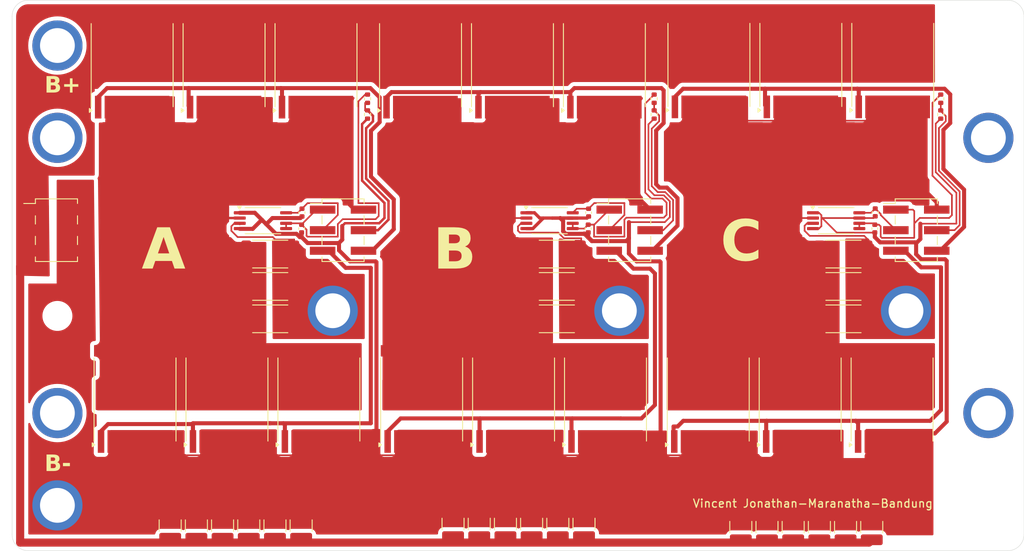
<source format=kicad_pcb>
(kicad_pcb (version 20240108) (generator "pcbnew") (generator_version "8.0")
  (layers (0 "F.Cu" signal) (31 "B.Cu" signal) (34 "B.Paste" user) (35 "F.Paste" user) (36 "B.SilkS" user "B.Silkscreen") (37 "F.SilkS" user "F.Silkscreen") (38 "B.Mask" user) (39 "F.Mask" user) (44 "Edge.Cuts" user))
  (net 0 "")
  (net 1 "GND")
  (net 2 "/ph_a_out")
  (net 3 "+72V")
  (net 4 "/ph_a-")
  (net 5 "/gh_a")
  (net 6 "/gl_a")
  (net 7 "/gh_b")
  (net 8 "/gl_b")
  (net 9 "/gh_c")
  (net 10 "/gl_c")
  (net 11 "/ph_b-")
  (net 12 "/ph_c-")
  (net 13 "VCC")
  (net 14 "/ph_a+")
  (net 15 "/ph_b+")
  (net 16 "/ph_c+")
  (net 17 "/ph_b_out")
  (net 18 "/ph_c_out")
  (net 19 "/temp_ph_a")
  (net 20 "/temp_ph_b")
  (net 21 "/temp_ph_c")
  (footprint "Package_TO_SOT_SMD:Infineon_PG-HSOF-8-1" (layer "F.Cu") (at 195.115 70.8 90)
    (property "Reference" "Q12" (hide yes))
    (property "Value" "IRLML6244" (hide yes))
  )
  (footprint "Package_TO_SOT_SMD:Infineon_PG-HSOF-8-1" (layer "F.Cu") (at 172.2675 29.5 90)
    (property "Reference" "Q7" (hide yes))
    (property "Value" "IRLML6244" (hide yes))
  )
  (footprint "Resistor_SMD:R_0402_1005Metric" (layer "F.Cu") (at 201.1275 33.71 -90)
    (property "Reference" "TH2" (hide yes))
    (property "Value" "Thermistor_NTC" (hide yes))
  )
  (footprint "Resistor_SMD:R_0402_1005Metric" (layer "F.Cu") (at 165.7225 35.66 -90)
    (property "Reference" "R4" (hide yes))
    (property "Value" "10k" (hide yes))
  )
  (footprint "Package_TO_SOT_SMD:Infineon_PG-HSOF-8-1" (layer "F.Cu") (at 230.6 29.47 90)
    (property "Reference" "Q17" (hide yes))
    (property "Value" "IRLML6244" (hide yes))
  )
  (footprint "MountingHole:MountingHole_3.2mm_M3" (layer "F.Cu") (at 127.412 60.54)
    (property "Reference" "H12" (hide yes))
    (property "Value" "MountingHole" (hide yes))
  )
  (footprint "Package_TO_SOT_SMD:Infineon_PG-HSOF-8-1" (layer "F.Cu") (at 136.645 29.5 90)
    (property "Reference" "Q1" (hide yes))
    (property "Value" "IRLML6244" (hide yes))
  )
  (footprint "Resistor_SMD:R_2512_6332Metric" (layer "F.Cu") (at 153.7 52.9 180)
    (property "Reference" "R3" (hide yes))
    (property "Value" "0.0005R" (hide yes))
  )
  (footprint "Connector_PinHeader_2.54mm:PinHeader_2x03_P2.54mm_Vertical_SMD" (layer "F.Cu") (at 162.6975 49.95)
    (property "Reference" "J1" (hide yes))
    (property "Value" "header 2x3" (hide yes))
  )
  (footprint "Resistor_SMD:R_2512_6332Metric" (layer "F.Cu") (at 224.51 60.9 180)
    (property "Reference" "R11" (hide yes))
    (property "Value" "0.0005R" (hide yes))
  )
  (footprint "Capacitor_SMD:C_1210_3225Metric_Pad1.33x2.70mm_HandSolder" (layer "F.Cu") (at 154.284706 86.44 90)
    (property "Reference" "C8" (hide yes))
    (property "Value" "4.7uF_100V" (hide yes))
  )
  (footprint "Resistor_SMD:R_2512_6332Metric" (layer "F.Cu") (at 189.10519 52.9 180)
    (property "Reference" "R8" (hide yes))
    (property "Value" "0.0005R" (hide yes))
  )
  (footprint "Capacitor_SMD:C_0402_1005Metric" (layer "F.Cu") (at 228.385 49.75 -90)
    (property "Reference" "C24" (hide yes))
    (property "Value" "2.2uF" (hide yes))
  )
  (footprint "Capacitor_SMD:C_1210_3225Metric_Pad1.33x2.70mm_HandSolder" (layer "F.Cu") (at 144.578824 86.44 90)
    (property "Reference" "C15" (hide yes))
    (property "Value" "4.7uF_100V" (hide yes))
  )
  (footprint "Capacitor_SMD:C_1210_3225Metric_Pad1.33x2.70mm_HandSolder" (layer "F.Cu") (at 182.754706 86.24 90)
    (property "Reference" "C4" (hide yes))
    (property "Value" "4.7uF_100V" (hide yes))
  )
  (footprint "SMTSO-M3-6ET:PEM_SMTSO-M3-6ET" (layer "F.Cu") (at 127.412 72.54)
    (property "Reference" "H7" (hide yes))
    (property "Value" "SMTSO-M3-6ET" (hide yes))
  )
  (footprint "MountingHole:MountingHole_3.2mm_M3" (layer "F.Cu") (at 242.412 83.94)
    (property "Reference" "H8" (hide yes))
    (property "Value" "MountingHole" (hide yes))
  )
  (footprint "Package_TO_SOT_SMD:Infineon_PG-HSOF-8-1" (layer "F.Cu") (at 230.52 70.8 90)
    (property "Reference" "Q18" (hide yes))
    (property "Value" "IRLML6244" (hide yes))
  )
  (footprint "Capacitor_SMD:C_0402_1005Metric" (layer "F.Cu") (at 157.625 47.775 90)
    (property "Reference" "C20" (hide yes))
    (property "Value" "1nF" (hide yes))
  )
  (footprint "Resistor_SMD:R_0402_1005Metric" (layer "F.Cu") (at 236.5275 33.71 -90)
    (property "Reference" "TH3" (hide yes))
    (property "Value" "Thermistor_NTC" (hide yes))
  )
  (footprint "Resistor_SMD:R_2512_6332Metric" (layer "F.Cu") (at 189.10519 56.9 180)
    (property "Reference" "R7" (hide yes))
    (property "Value" "0.0005R" (hide yes))
  )
  (footprint "Package_TO_SOT_SMD:Infineon_PG-HSOF-8-1" (layer "F.Cu") (at 148 29.5 90)
    (property "Reference" "Q3" (hide yes))
    (property "Value" "IRLML6244" (hide yes))
  )
  (footprint "Package_TO_SOT_SMD:Infineon_PG-HSOF-8-1" (layer "F.Cu") (at 148.355 70.8 90)
    (property "Reference" "Q5" (hide yes))
    (property "Value" "IRLML6244" (hide yes))
  )
  (footprint "Connector_PinHeader_2.54mm:PinHeader_2x03_P2.54mm_Vertical_SMD" (layer "F.Cu") (at 198.1025 49.95)
    (property "Reference" "J2" (hide yes))
    (property "Value" "header 2x3" (hide yes))
  )
  (footprint "Package_TO_SOT_SMD:Infineon_PG-HSOF-8-1" (layer "F.Cu") (at 159.355 29.5 90)
    (property "Reference" "Q4" (hide yes))
    (property "Value" "IRLML6244" (hide yes))
  )
  (footprint "Resistor_SMD:R_0402_1005Metric" (layer "F.Cu") (at 165.7225 33.71 -90)
    (property "Reference" "TH1" (hide yes))
    (property "Value" "Thermistor_NTC" (hide yes))
  )
  (footprint "MountingHole:MountingHole_3.2mm_M3" (layer "F.Cu") (at 242.412 27.14)
    (property "Reference" "H9" (hide yes))
    (property "Value" "MountingHole" (hide yes))
  )
  (footprint "SMTSO-M3-6ET:PEM_SMTSO-M3-6ET" (layer "F.Cu") (at 232.2325 59.9)
    (property "Reference" "H3" (hide yes))
    (property "Value" "SMTSO-M3-6ET" (hide yes))
  )
  (footprint "Package_TO_SOT_SMD:Infineon_PG-HSOF-8-1" (layer "F.Cu") (at 207.81 70.8 90)
    (property "Reference" "Q14" (hide yes))
    (property "Value" "IRLML6244" (hide yes))
  )
  (footprint "Capacitor_SMD:C_0402_1005Metric" (layer "F.Cu") (at 228.435 47.755 90)
    (property "Reference" "C23" (hide yes))
    (property "Value" "1nF" (hide yes))
  )
  (footprint "Capacitor_SMD:C_1210_3225Metric_Pad1.33x2.70mm_HandSolder" (layer "F.Cu") (at 151.049412 86.44 90)
    (property "Reference" "C18" (hide yes))
    (property "Value" "4.7uF_100V" (hide yes))
  )
  (footprint "Capacitor_SMD:C_1210_3225Metric_Pad1.33x2.70mm_HandSolder" (layer "F.Cu") (at 221.534706 86.63 90)
    (property "Reference" "C12" (hide yes))
    (property "Value" "4.7uF_100V" (hide yes))
  )
  (footprint "Capacitor_SMD:C_0402_1005Metric" (layer "F.Cu") (at 157.575 49.75 -90)
    (property "Reference" "C19" (hide yes))
    (property "Value" "2.2uF" (hide yes))
  )
  (footprint "Resistor_SMD:R_2512_6332Metric" (layer "F.Cu") (at 153.7 56.9 180)
    (property "Reference" "R2" (hide yes))
    (property "Value" "0.0005R" (hide yes))
  )
  (footprint "Capacitor_SMD:C_0402_1005Metric" (layer "F.Cu") (at 193.03019 47.775 90)
    (property "Reference" "C21" (hide yes))
    (property "Value" "1nF" (hide yes))
  )
  (footprint "Capacitor_SMD:C_1210_3225Metric_Pad1.33x2.70mm_HandSolder" (layer "F.Cu") (at 147.814118 86.44 90)
    (property "Reference" "C16" (hide yes))
    (property "Value" "4.7uF_100V" (hide yes))
  )
  (footprint "SMTSO-M3-6ET:PEM_SMTSO-M3-6ET" (layer "F.Cu") (at 196.8275 59.9)
    (property "Reference" "H2" (hide yes))
    (property "Value" "SMTSO-M3-6ET" (hide yes))
  )
  (footprint "Capacitor_SMD:C_1210_3225Metric_Pad1.33x2.70mm_HandSolder" (layer "F.Cu") (at 176.284118 86.24 90)
    (property "Reference" "C2" (hide yes))
    (property "Value" "4.7uF_100V" (hide yes))
  )
  (footprint "Package_TO_SOT_SMD:Infineon_PG-HSOF-8-1" (layer "F.Cu") (at 159.71 70.8 90)
    (property "Reference" "Q6" (hide yes))
    (property "Value" "IRLML6244" (hide yes))
  )
  (footprint "SMTSO-M3-6ET:PEM_SMTSO-M3-6ET" (layer "F.Cu") (at 127.412 38.54)
    (property "Reference" "H10" (hide yes))
    (property "Value" "SMTSO-M3-6ET" (hide yes))
  )
  (footprint "Package_TO_SOT_SMD:Infineon_PG-HSOF-8-1" (layer "F.Cu") (at 219.165 70.8 90)
    (property "Reference" "Q16" (hide yes))
    (property "Value" "IRLML6244" (hide yes))
  )
  (footprint "Capacitor_SMD:C_1210_3225Metric_Pad1.33x2.70mm_HandSolder" (layer "F.Cu") (at 157.52 86.44 90)
    (property "Reference" "C1" (hide yes))
    (property "Value" "4.7uF_100V" (hide yes))
  )
  (footprint "Resistor_SMD:R_2512_6332Metric" (layer "F.Cu") (at 224.51 52.9 180)
    (property "Reference" "R13" (hide yes))
    (property "Value" "0.0005R" (hide yes))
  )
  (footprint "Capacitor_SMD:C_1210_3225Metric_Pad1.33x2.70mm_HandSolder" (layer "F.Cu") (at 179.519412 86.24 90)
    (property "Reference" "C3" (hide yes))
    (property "Value" "4.7uF_100V" (hide yes))
  )
  (footprint "SMTSO-M3-6ET:PEM_SMTSO-M3-6ET" (layer "F.Cu") (at 161.4225 59.9)
    (property "Reference" "H1" (hide yes))
    (property "Value" "SMTSO-M3-6ET" (hide yes))
  )
  (footprint "Capacitor_SMD:C_1210_3225Metric_Pad1.33x2.70mm_HandSolder" (layer "F.Cu") (at 224.77 86.63 90)
    (property "Reference" "C13" (hide yes))
    (property "Value" "4.7uF_100V" (hide yes))
  )
  (footprint "SMTSO-M3-6ET:PEM_SMTSO-M3-6ET" (layer "F.Cu") (at 127.412 27.14)
    (property "Reference" "H5" (hide yes))
    (property "Value" "SMTSO-M3-6ET" (hide yes))
  )
  (footprint "Resistor_SMD:R_2512_6332Metric" (layer "F.Cu") (at 189.10519 60.9 180)
    (property "Reference" "R6" (hide yes))
    (property "Value" "0.0005R" (hide yes))
  )
  (footprint "Package_TO_SOT_SMD:Infineon_PG-HSOF-8-1" (layer "F.Cu") (at 137 70.8 90)
    (property "Reference" "Q2" (hide yes))
    (property "Value" "IRLML6244" (hide yes))
  )
  (footprint "Capacitor_SMD:C_1210_3225Metric_Pad1.33x2.70mm_HandSolder" (layer "F.Cu") (at 192.460588 86.24 90)
    (property "Reference" "C7" (hide yes))
    (property "Value" "4.7uF_100V" (hide yes))
  )
  (footprint "Package_TO_SOT_SMD:Infineon_PG-HSOF-8-1" (layer "F.Cu") (at 172.405 70.8 90)
    (property "Reference" "Q8" (hide yes))
    (property "Value" "IRLML6244" (hide yes))
  )
  (footprint "Capacitor_SMD:C_1210_3225Metric_Pad1.33x2.70mm_HandSolder" (layer "F.Cu") (at 228.005294 86.63 90)
    (property "Reference" "C14" (hide yes))
    (property "Value" "4.7uF_100V" (hide yes))
  )
  (footprint "Package_SO:TSSOP-8_4.4x3mm_P0.65mm" (layer "F.Cu") (at 188.20519 48.775)
    (property "Reference" "U2" (hide yes))
    (property "Value" "INA240A1PW" (hide yes))
  )
  (footprint "Package_TO_SOT_SMD:Infineon_PG-HSOF-8-1" (layer "F.Cu") (at 207.89 29.47 90)
    (property "Reference" "Q13" (hide yes))
    (property "Value" "IRLML6244" (hide yes))
  )
  (footprint "Resistor_SMD:R_2512_6332Metric" (layer "F.Cu") (at 153.7 60.9 180)
    (property "Reference" "R1" (hide yes))
    (property "Value" "0.0005R" (hide yes))
  )
  (footprint "Capacitor_SMD:C_1210_3225Metric_Pad1.33x2.70mm_HandSolder" (layer "F.Cu") (at 218.299412 86.63 90)
    (property "Reference" "C11" (hide yes))
    (property "Value" "4.7uF_100V" (hide yes))
  )
  (footprint "Package_TO_SOT_SMD:Infineon_PG-HSOF-8-1" (layer "F.Cu") (at 183.76 70.8 90)
    (property "Reference" "Q10" (hide yes))
    (property "Value" "IRLML6244" (hide yes))
  )
  (footprint "Resistor_SMD:R_0402_1005Metric" (layer "F.Cu") (at 201.1275 35.66 -90)
    (property "Reference" "R5" (hide yes))
    (property "Value" "10k" (hide yes))
  )
  (footprint "SMTSO-M3-6ET:PEM_SMTSO-M3-6ET" (layer "F.Cu") (at 242.412 38.54)
    (property "Reference" "H4" (hide yes))
    (property "Value" "SMTSO-M3-6ET" (hide yes))
  )
  (footprint "Connector_PinHeader_2.54mm:PinHeader_2x03_P2.54mm_Vertical_SMD" (layer "F.Cu") (at 233.5075 49.95)
    (property "Reference" "J3" (hide yes))
    (property "Value" "header 2x3" (hide yes))
  )
  (footprint "Capacitor_SMD:C_1210_3225Metric_Pad1.33x2.70mm_HandSolder" (layer "F.Cu") (at 141.34353 86.44 90)
    (property "Reference" "C9" (hide yes))
    (property "Value" "4.7uF_100V" (hide yes))
  )
  (footprint "SMTSO-M3-6ET:PEM_SMTSO-M3-6ET" (layer "F.Cu") (at 127.412 72.54)
    (property "Reference" "H11" (hide yes))
    (property "Value" "SMTSO-M3-6ET" (hide yes))
  )
  (footprint "Package_TO_SOT_SMD:Infineon_PG-HSOF-8-1" (layer "F.Cu") (at 219.245 29.47 90)
    (property "Reference" "Q15" (hide yes))
    (property "Value" "IRLML6244" (hide yes))
  )
  (footprint "Capacitor_SMD:C_1210_3225Metric_Pad1.33x2.70mm_HandSolder" (layer "F.Cu") (at 211.828824 86.63 90)
    (property "Reference" "C17" (hide yes))
    (property "Value" "4.7uF_100V" (hide yes))
  )
  (footprint "Capacitor_SMD:C_1210_3225Metric_Pad1.33x2.70mm_HandSolder" (layer "F.Cu") (at 189.225294 86.24 90)
    (property "Reference" "C6" (hide yes))
    (property "Value" "4.7uF_100V" (hide yes))
  )
  (footprint "Package_TO_SOT_SMD:Infineon_PG-HSOF-8-1" (layer "F.Cu") (at 183.6225 29.5 90)
    (property "Reference" "Q9" (hide yes))
    (property "Value" "IRLML6244" (hide yes))
  )
  (footprint "SMTSO-M3-6ET:PEM_SMTSO-M3-6ET" (layer "F.Cu") (at 127.412 83.94)
    (property "Reference" "H6" (hide yes))
    (property "Value" "SMTSO-M3-6ET" (hide yes))
  )
  (footprint "Package_SO:TSSOP-8_4.4x3mm_P0.65mm" (layer "F.Cu") (at 223.61 48.775)
    (property "Reference" "U3" (hide yes))
    (property "Value" "INA240A1PW" (hide yes))
  )
  (footprint "Resistor_SMD:R_2512_6332Metric" (layer "F.Cu") (at 224.51 56.9 180)
    (property "Reference" "R12" (hide yes))
    (property "Value" "0.0005R" (hide yes))
  )
  (footprint "Capacitor_SMD:C_0402_1005Metric" (layer "F.Cu") (at 192.98019 49.75 -90)
    (property "Reference" "C22" (hide yes))
    (property "Value" "2.2uF" (hide yes))
  )
  (footprint "Capacitor_SMD:C_1210_3225Metric_Pad1.33x2.70mm_HandSolder" (layer "F.Cu") (at 215.064118 86.63 90)
    (property "Reference" "C10" (hide yes))
    (property "Value" "4.7uF_100V" (hide yes))
  )
  (footprint "Capacitor_SMD:C_1210_3225Metric_Pad1.33x2.70mm_HandSolder" (layer "F.Cu") (at 185.99 86.24 90)
    (property "Reference" "C5" (hide yes))
    (property "Value" "4.7uF_100V" (hide yes))
  )
  (footprint "Package_SO:TSSOP-8_4.4x3mm_P0.65mm" (layer "F.Cu") (at 152.8 48.775)
    (property "Reference" "U1" (hide yes))
    (property "Value" "INA240A1PW" (hide yes))
  )
  (footprint "Package_TO_SOT_SMD:Infineon_PG-HSOF-8-1" (layer "F.Cu") (at 194.9775 29.5 90)
    (property "Reference" "Q11" (hide yes))
    (property "Value" "IRLML6244" (hide yes))
  )
  (footprint "Resistor_SMD:R_0402_1005Metric" (layer "F.Cu") (at 236.5275 35.66 -90)
    (property "Reference" "R9" (hide yes))
    (property "Value" "10k" (hide yes))
  )
  (footprint "Connector_PinHeader_2.54mm:PinHeader_2x03_P2.54mm_Vertical_SMD" (layer "F.Cu") (at 127.2925 49.95)
    (property "Reference" "J4" (hide yes))
    (property "Value" "header 2x3" (hide yes))
  )
  (gr_line (start 244.812 89.54) (end 123.812 89.54) (stroke (width 0.05)) (layer "Edge.Cuts"))
  (gr_arc (start 121.812 23.54) (mid 122.397786 22.125786) (end 123.812 21.54) (stroke (width 0.05)) (layer "Edge.Cuts"))
  (gr_line (start 246.812 87.54) (end 246.812 23.54) (stroke (width 0.05)) (layer "Edge.Cuts"))
  (gr_arc (start 246.812 87.54) (mid 246.226214 88.954214) (end 244.812 89.54) (stroke (width 0.05)) (layer "Edge.Cuts"))
  (gr_line (start 121.812 87.54) (end 121.812 23.54) (stroke (width 0.05)) (layer "Edge.Cuts"))
  (gr_arc (start 244.812 21.54) (mid 246.226214 22.125786) (end 246.812 23.54) (stroke (width 0.05)) (layer "Edge.Cuts"))
  (gr_line (start 123.812 21.54) (end 244.812 21.54) (stroke (width 0.05)) (layer "Edge.Cuts"))
  (gr_arc (start 123.812 89.54) (mid 122.397786 88.954214) (end 121.812 87.54) (stroke (width 0.05)) (layer "Edge.Cuts"))
  (gr_text "C" (at 209.32 54.54 0) (layer "F.SilkS") (effects (font (size 5 5) (thickness 0.3) (bold yes)) (justify left bottom)))
  (gr_text "B+" (at 125.812 33.29 0) (layer "F.SilkS") (effects (font (size 2 2) (thickness 0.3) (bold yes)) (justify left bottom)))
  (gr_text "A" (at 137.82 55.54 0) (layer "F.SilkS") (effects (font (size 5 5) (thickness 0.3) (bold yes)) (justify left bottom)))
  (gr_text "Vincent Jonathan-Maranatha-Bandung" (at 205.812 84.29 0) (layer "F.SilkS") (effects (font (size 1 1)) (justify left bottom)))
  (gr_text "B" (at 173.82 55.54 0) (layer "F.SilkS") (effects (font (size 5 5) (thickness 0.3) (bold yes)) (justify left bottom)))
  (gr_text "B-" (at 125.812 80.04 0) (layer "F.SilkS") (effects (font (size 2 2) (thickness 0.3) (bold yes)) (justify left bottom)))
  (segment (start 165.045076 43.823076) (end 167.812 46.59) (width 0.3) (layer "F.Cu") (net 1))
  (segment (start 228.22 48.45) (end 228.435 48.235) (width 0.2) (layer "F.Cu") (net 1))
  (segment (start 162.9325 49.09) (end 162.5975 49.425) (width 0.3) (layer "F.Cu") (net 1))
  (segment (start 155.6625 48.45) (end 157.43 48.45) (width 0.5) (layer "F.Cu") (net 1))
  (segment (start 189.5225 48.45) (end 189.7225 48.45) (width 0.2) (layer "F.Cu") (net 1))
  (segment (start 223.685 50.25) (end 221.92875 48.49375) (width 0.2) (layer "F.Cu") (net 1))
  (segment (start 233.370318 51.45) (end 229.029682 51.45) (width 0.5) (layer "F.Cu") (net 1))
  (segment (start 162.1975 51.54) (end 162.1975 51.525) (width 0.5) (layer "F.Cu") (net 1))
  (segment (start 163.01 77.75) (end 170.305 77.75) (width 0.2) (layer "F.Cu") (net 1))
  (segment (start 190.199602 50.4) (end 189.88019 50.080588) (width 0.5) (layer "F.Cu") (net 1))
  (segment (start 148.955 75.05) (end 151.655 77.75) (width 0.2) (layer "F.Cu") (net 1))
  (segment (start 157.575 50.663896) (end 157.575 50.23) (width 0.3) (layer "F.Cu") (net 1))
  (segment (start 167.812 48.44) (end 167.162 49.09) (width 0.3) (layer "F.Cu") (net 1))
  (segment (start 150.593456 47.8) (end 149.9375 47.8) (width 0.2) (layer "F.Cu") (net 1))
  (segment (start 149.9375 49.75) (end 150.674999 49.75) (width 0.2) (layer "F.Cu") (net 1))
  (segment (start 152.611409 48.711091) (end 151.5375 49.785) (width 0.5) (layer "F.Cu") (net 1))
  (segment (start 137.6 75.05) (end 140.3 77.75) (width 0.2) (layer "F.Cu") (net 1))
  (segment (start 153.211409 49.211091) (end 152.711409 48.711091) (width 0.5) (layer "F.Cu") (net 1))
  (segment (start 159.725 76.695) (end 159.725 75.635) (width 0.2) (layer "F.Cu") (net 1))
  (segment (start 162.1975 51.54) (end 158.309682 51.54) (width 0.5) (layer "F.Cu") (net 1))
  (segment (start 221.785 48.35) (end 221.785 48.100001) (width 0.2) (layer "F.Cu") (net 1))
  (segment (start 157.575 50.23) (end 157.505 50.3) (width 0.3) (layer "F.Cu") (net 1))
  (segment (start 158.67 77.75) (end 159.725 76.695) (width 0.2) (layer "F.Cu") (net 1))
  (segment (start 160.31 75.05) (end 163.01 77.75) (width 0.2) (layer "F.Cu") (net 1))
  (segment (start 233.486159 51.565841) (end 234.0075 51.0445) (width 0.5) (layer "F.Cu") (net 1))
  (segment (start 221.484999 49.75) (end 221.785 49.449999) (width 0.2) (layer "F.Cu") (net 1))
  (segment (start 158.309682 51.54) (end 157.575 50.805318) (width 0.5) (layer "F.Cu") (net 1))
  (segment (start 226.4725 48.45) (end 228.22 48.45) (width 0.2) (layer "F.Cu") (net 1))
  (segment (start 176.15 78.195) (end 182.775 78.195) (width 0.2) (layer "F.Cu") (net 1))
  (segment (start 229.029682 51.45) (end 228.385 50.805318) (width 0.5) (layer "F.Cu") (net 1))
  (segment (start 182.775 76.635) (end 184.36 75.05) (width 0.2) (layer "F.Cu") (net 1))
  (segment (start 228.385 50.805318) (end 228.385 50.23) (width 0.5) (layer "F.Cu") (net 1))
  (segment (start 235.905 36.7925) (end 235.905 42.776504) (width 0.2) (layer "F.Cu") (net 1))
  (segment (start 228.385 50.23) (end 228.365 50.25) (width 0.2) (layer "F.Cu") (net 1))
  (segment (start 188.5225 48.45) (end 192.83519 48.45) (width 0.4) (layer "F.Cu") (net 1))
  (segment (start 220.7475 49.75) (end 221.484999 49.75) (width 0.2) (layer "F.Cu") (net 1))
  (segment (start 192.4975 50.375) (end 192.4725 50.4) (width 0.5) (layer "F.Cu") (net 1))
  (segment (start 233.486159 52.918659) (end 233.486159 51.565841) (width 0.5) (layer "F.Cu") (net 1))
  (segment (start 205.71 77.75) (end 198.415 77.75) (width 0.2) (layer "F.Cu") (net 1))
  (segment (start 159.725 75.635) (end 160.31 75.05) (width 0.2) (layer "F.Cu") (net 1))
  (segment (start 226.4725 48.45) (end 221.9725 48.45) (width 0.2) (layer "F.Cu") (net 1))
  (segment (start 192.98019 50.85769) (end 192.98019 50.23) (width 0.5) (layer "F.Cu") (net 1))
  (segment (start 165.045076 36.847424) (end 165.045076 43.823076) (width 0.3) (layer "F.Cu") (net 1))
  (segment (start 200.4225 36.875) (end 201.1275 36.17) (width 0.2) (layer "F.Cu") (net 1))
  (segment (start 162.1975 52.44) (end 162.1975 51.54) (width 0.5) (layer "F.Cu") (net 1))
  (segment (start 233.486159 51.565841) (end 233.370318 51.45) (width 0.5) (layer "F.Cu") (net 1))
  (segment (start 189.7225 48.45) (end 191.06769 48.45) (width 0.2) (layer "F.Cu") (net 1))
  (segment (start 186.140068 49.75) (end 185.34269 49.75) (width 0.4) (layer "F.Cu") (net 1))
  (segment (start 237.062449 53.54) (end 234.1075 53.54) (width 0.5) (layer "F.Cu") (net 1))
  (segment (start 201.9225 74.8) (end 197.8475 78.875) (width 0.3) (layer "F.Cu") (net 1))
  (segment (start 193.536814 51.15) (end 192.98019 50.593376) (width 0.2) (layer "F.Cu") (net 1))
  (segment (start 198.0025 50.9) (end 198.0025 50.977817) (width 0.5) (layer "F.Cu") (net 1))
  (segment (start 192.98019 50.593376) (end 192.98019 50.23) (width 0.2) (layer "F.Cu") (net 1))
  (segment (start 162.5975 51.125) (end 162.5975 49.425) (width 0.5) (layer "F.Cu") (net 1))
  (segment (start 200.4225 44.9005) (end 200.4225 36.875) (width 0.2) (layer "F.Cu") (net 1))
  (segment (start 188.5225 48.45) (end 191.06769 48.45) (width 0.4) (layer "F.Cu") (net 1))
  (segment (start 166.8225 76.1875) (end 164.135 78.875) (width 0.3) (layer "F.Cu") (net 1))
  (segment (start 167.812 46.59) (end 167.812 48.44) (width 0.3) (layer "F.Cu") (net 1))
  (segment (start 166.7225 53.8) (end 163.5575 53.8) (width 0.5) (layer "F.Cu") (net 1))
  (segment (start 170.305 77.75) (end 173.005 75.05) (width 0.2) (layer "F.Cu") (net 1))
  (segment (start 201.8225 53.8) (end 198.9625 53.8) (width 0.5) (layer "F.Cu") (net 1))
  (segment (start 173.005 75.05) (end 176.15 78.195) (width 0.2) (layer "F.Cu") (net 1))
  (segment (start 184.36 75.05) (end 187.06 77.75) (width 0.2) (layer "F.Cu") (net 1))
  (segment (start 202.4495 48.9525) (end 203.062 48.34) (width 0.2) (layer "F.Cu") (net 1))
  (segment (start 157.43 48.45) (end 157.625 48.255) (width 0.5) (layer "F.Cu") (net 1))
  (segment (start 165.7225 36.17) (end 165.6225 36.27) (width 0.2) (layer "F.Cu") (net 1))
  (segment (start 152.711409 48.711091) (end 151.800318 47.8) (width 0.5) (layer "F.Cu") (net 1))
  (segment (start 182.775 78.195) (end 182.775 76.635) (width 0.2) (layer "F.Cu") (net 1))
  (segment (start 187.4225 48.45) (end 188.5225 48.45) (width 0.4) (layer "F.Cu") (net 1))
  (segment (start 198.0025 50.977817) (end 197.680317 51.3) (width 0.5) (layer "F.Cu") (net 1))
  (segment (start 221.484999 47.8) (end 220.7475 47.8) (width 0.2) (layer "F.Cu") (net 1))
  (segment (start 186.99269 48.45) (end 187.4225 48.45) (width 0.4) (layer "F.Cu") (net 1))
  (segment (start 164.135 78.875) (end 160.31 75.05) (width 0.3) (layer "F.Cu") (net 1))
  (segment (start 236.5275 36.17) (end 235.905 36.7925) (width 0.2) (layer "F.Cu") (net 1))
  (segment (start 154.400318 50.4) (end 153.211409 49.211091) (width 0.5) (layer "F.Cu") (net 1))
  (segment (start 162.1975 51.525) (end 162.5975 51.125) (width 0.5) (layer "F.Cu") (net 1))
  (segment (start 189.88019 50.080588) (end 189.88019 48.80769) (width 0.5) (layer "F.Cu") (net 1))
  (segment (start 234.0075 51.0445) (end 234.0075 49.1445) (width 0.5) (layer "F.Cu") (net 1))
  (segment (start 208.41 75.05) (end 205.71 77.75) (width 0.2) (layer "F.Cu") (net 1))
  (segment (start 197.680317 51.3) (end 193.4225 51.3) (width 0.5) (layer "F.Cu") (net 1))
  (segment (start 237.262 53.739551) (end 237.062449 53.54) (width 0.5) (layer "F.Cu") (net 1))
  (segment (start 238.462 45.333504) (end 238.462 49.14) (width 0.2) (layer "F.Cu") (net 1))
  (segment (start 221.785 49.449999) (end 221.785 48.35) (width 0.2) (layer "F.Cu") (net 1))
  (segment (start 198.9625 53.8) (end 198.0025 52.84) (width 0.5) (layer "F.Cu") (net 1))
  (segment (start 165.015685 75.05) (end 160.31 75.05) (width 0.2) (layer "F.Cu") (net 1))
  (segment (start 166.7225 53.8) (end 166.8225 53.9) (width 0.5) (layer "F.Cu") (net 1))
  (segment (start 193.4225 51.3) (end 192.98019 50.85769) (width 0.5) (layer "F.Cu") (net 1))
  (segment (start 231.12 75.05) (end 235.81 75.05) (width 0.5) (layer "F.Cu") (net 1))
  (segment (start 238.4575 49.1445) (end 234.0075 49.1445) (width 0.2) (layer "F.Cu") (net 1))
  (segment (start 152.711409 48.711091) (end 152.611409 48.711091) (width 0.5) (layer "F.Cu") (net 1))
  (segment (start 198.01 50.8925) (end 198.0025 50.9) (width 0.5) (layer "F.Cu") (net 1))
  (segment (start 156.946878 50.4) (end 154.400318 50.4) (width 0.5) (layer "F.Cu") (net 1))
  (segment (start 237.262 73.598) (end 237.262 53.739551) (width 0.5) (layer "F.Cu") (net 1))
  (segment (start 202.318496 45.64) (end 201.162 45.64) (width 0.2) (layer "F.Cu") (net 1))
  (segment (start 187.4225 48.467568) (end 186.140068 49.75) (width 0.4) (layer "F.Cu") (net 1))
  (segment (start 235.905 42.776504) (end 238.462 45.333504) (width 0.2) (layer "F.Cu") (net 1))
  (segment (start 185.34269 47.8) (end 186.34269 47.8) (width 0.4) (layer "F.Cu") (net 1))
  (segment (start 192.83519 48.45) (end 193.03019 48.255) (width 0.4) (layer "F.Cu") (net 1))
  (segment (start 203.062 46.383505) (end 202.318496 45.64) (width 0.2) (layer "F.Cu") (net 1))
  (segment (start 234.1075 53.54) (end 233.486159 52.918659) (width 0.5) (layer "F.Cu") (net 1))
  (segment (start 146.255 77.75) (end 148.955 75.05) (width 0.2) (layer "F.Cu") (net 1))
  (segment (start 153.9725 48.45) (end 155.6625 48.45) (width 0.5) (layer "F.Cu") (net 1))
  (segment (start 221.92875 48.49375) (end 221.785 48.35) (width 0.2) (layer "F.Cu") (net 1))
  (segment (start 201.9225 53.9) (end 201.8225 53.8) (width 0.5) (layer "F.Cu") (net 1))
  (segment (start 238.462 49.14) (end 238.4575 49.1445) (width 0.2) (layer "F.Cu") (net 1))
  (segment (start 187.4225 48.45) (end 187.4225 48.467568) (width 0.4) (layer "F.Cu") (net 1))
  (segment (start 193.015 77.75) (end 195.715 75.05) (width 0.2) (layer "F.Cu") (net 1))
  (segment (start 157.625 48.255) (end 157.63 48.26) (width 0.3) (layer "F.Cu") (net 1))
  (segment (start 235.81 75.05) (end 237.262 73.598) (width 0.5) (layer "F.Cu") (net 1))
  (segment (start 203.062 48.34) (end 203.062 46.383505) (width 0.2) (layer "F.Cu") (net 1))
  (segment (start 151.5375 49.785) (end 149.9375 49.785) (width 0.5) (layer "F.Cu") (net 1))
  (segment (start 151.655 77.75) (end 158.67 77.75) (width 0.2) (layer "F.Cu") (net 1))
  (segment (start 201.162 45.64) (end 200.4225 44.9005) (width 0.2) (layer "F.Cu") (net 1))
  (segment (start 198.01 48.9525) (end 198.01 50.8925) (width 0.5) (layer "F.Cu") (net 1))
  (segment (start 192.4725 50.4) (end 190.199602 50.4) (width 0.5) (layer "F.Cu") (net 1))
  (segment (start 158.411104 51.5) (end 157.575 50.663896) (width 0.3) (layer "F.Cu") (net 1))
  (segment (start 198.0025 52.84) (end 198.0025 50.9) (width 0.5) (layer "F.Cu") (net 1))
  (segment (start 189.88019 48.80769) (end 189.5225 48.45) (width 0.5) (layer "F.Cu") (net 1))
  (segment (start 186.34269 47.8) (end 186.99269 48.45) (width 0.4) (layer "F.Cu") (net 1))
  (segment (start 153.211409 49.211091) (end 153.9725 48.45) (width 0.5) (layer "F.Cu") (net 1))
  (segment (start 221.785 48.100001) (end 221.484999 47.8) (width 0.2) (layer "F.Cu") (net 1))
  (segment (start 165.6225 36.27) (end 165.045076 36.847424) (width 0.3) (layer "F.Cu") (net 1))
  (segment (start 157.352196 50.805318) (end 156.946878 50.4) (width 0.5) (layer "F.Cu") (net 1))
  (segment (start 201.9225 74.8) (end 201.9225 53.9) (width 0.5) (layer "F.Cu") (net 1))
  (segment (start 228.365 50.25) (end 223.685 50.25) (width 0.2) (layer "F.Cu") (net 1))
  (segment (start 189.3225 48.45) (end 189.5225 48.45) (width 0.2) (layer "F.Cu") (net 1))
  (segment (start 221.9725 48.45) (end 221.92875 48.49375) (width 0.2) (layer "F.Cu") (net 1))
  (segment (start 187.06 77.75) (end 193.015 77.75) (width 0.2) (layer "F.Cu") (net 1))
  (segment (start 163.5575 53.8) (end 162.1975 52.44) (width 0.5) (layer "F.Cu") (net 1))
  (segment (start 198.01 48.9525) (end 202.4495 48.9525) (width 0.2) (layer "F.Cu") (net 1))
  (segment (start 192.98019 50.85769) (end 192.4975 50.375) (width 0.5) (layer "F.Cu") (net 1))
  (segment (start 140.3 77.75) (end 146.255 77.75) (width 0.2) (layer "F.Cu") (net 1))
  (segment (start 157.575 50.805318) (end 157.575 50.23) (width 0.5) (layer "F.Cu") (net 1))
  (segment (start 167.162 49.09) (end 162.9325 49.09) (width 0.3) (layer "F.Cu") (net 1))
  (segment (start 166.8225 53.9) (end 166.8225 76.1875) (width 0.5) (layer "F.Cu") (net 1))
  (segment (start 198.415 77.75) (end 195.715 75.05) (width 0.2) (layer "F.Cu") (net 1))
  (segment (start 151.800318 47.8) (end 149.9375 47.8) (width 0.5) (layer "F.Cu") (net 1))
  (segment (start 192.98019 50.23) (end 192.96019 50.25) (width 0.2) (layer "F.Cu") (net 1))
  (segment (start 157.575 50.805318) (end 157.352196 50.805318) (width 0.5) (layer "F.Cu") (net 1))
  (segment (start 157.625 47.295) (end 157.625 47.318866) (width 0.2) (layer "F.Cu") (net 2))
  (segment (start 160.1725 49.95) (end 162.0475 48.075) (width 0.2) (layer "F.Cu") (net 2))
  (segment (start 155.6625 47.8) (end 157.12 47.8) (width 0.2) (layer "F.Cu") (net 2))
  (segment (start 158.31 46.61) (end 157.625 47.295) (width 0.2) (layer "F.Cu") (net 2))
  (segment (start 162.0475 48.075) (end 162.0475 46.61) (width 0.2) (layer "F.Cu") (net 2))
  (segment (start 157.12 47.8) (end 157.625 47.295) (width 0.2) (layer "F.Cu") (net 2))
  (segment (start 162.0475 46.61) (end 158.31 46.61) (width 0.2) (layer "F.Cu") (net 2))
  (segment (start 157.285 25.7) (end 158.155 26.57) (width 0.2) (layer "F.Cu") (net 3))
  (segment (start 137.495 27) (end 183.7 27) (width 0.5) (layer "F.Cu") (net 3))
  (segment (start 233 26.54) (end 208.76 26.54) (width 0.2) (layer "F.Cu") (net 3))
  (segment (start 136.645 25.7) (end 157.285 25.7) (width 0.2) (layer "F.Cu") (net 3))
  (segment (start 124.795 47.41) (end 124.795 52.49) (width 0.2) (layer "F.Cu") (net 3))
  (segment (start 208.76 26.54) (end 207.89 25.67) (width 0.2) (layer "F.Cu") (net 3))
  (segment (start 227.657794 88.54) (end 228.005294 88.1925) (width 1) (layer "F.Cu") (net 3))
  (segment (start 124.795 52.49) (end 124.32 52.965) (width 0.5) (layer "F.Cu") (net 3))
  (segment (start 122.812 88.54) (end 227.657794 88.54) (width 1) (layer "F.Cu") (net 3))
  (segment (start 194.1075 26.57) (end 194.9775 25.7) (width 0.2) (layer "F.Cu") (net 3))
  (segment (start 124.32 52.965) (end 122.812 54.473) (width 1) (layer "F.Cu") (net 3))
  (segment (start 122.812 54.473) (end 122.812 88.54) (width 1) (layer "F.Cu") (net 3))
  (segment (start 168.6675 26.57) (end 194.1075 26.57) (width 0.2) (layer "F.Cu") (net 3))
  (segment (start 148.9 50.0275) (end 149.6725 50.8) (width 0.2) (layer "F.Cu") (net 4))
  (segment (start 158.0625 59.5) (end 156.6625 60.9) (width 0.2) (layer "F.Cu") (net 4))
  (segment (start 154.0225 50.8) (end 154.3225 51.1) (width 0.2) (layer "F.Cu") (net 4))
  (segment (start 149.267938 49.1) (end 148.9 49.467938) (width 0.2) (layer "F.Cu") (net 4))
  (segment (start 161.7225 59.5) (end 158.0625 59.5) (width 0.2) (layer "F.Cu") (net 4))
  (segment (start 154.3225 51.1) (end 156.6625 51.1) (width 0.2) (layer "F.Cu") (net 4))
  (segment (start 149.9375 49.1) (end 149.9375 49.185) (width 0.3) (layer "F.Cu") (net 4))
  (segment (start 156.6625 51.1) (end 156.6625 52.9) (width 0.2) (layer "F.Cu") (net 4))
  (segment (start 156.6625 60.9) (end 156.6625 52.9) (width 0.2) (layer "F.Cu") (net 4))
  (segment (start 149.6725 50.8) (end 154.0225 50.8) (width 0.2) (layer "F.Cu") (net 4))
  (segment (start 148.9 49.467938) (end 148.9 50.0275) (width 0.2) (layer "F.Cu") (net 4))
  (segment (start 143.8 33.718664) (end 143.8 34.75) (width 0.2) (layer "F.Cu") (net 5))
  (segment (start 167.2175 33.543944) (end 167.2175 36.6) (width 0.5) (layer "F.Cu") (net 5))
  (segment (start 168.962 49.834028) (end 166.306028 52.49) (width 0.5) (layer "F.Cu") (net 5))
  (segment (start 132.445 34.75) (end 132.445 33.506532) (width 0.5) (layer "F.Cu") (net 5))
  (segment (start 166.145076 37.672424) (end 166.145076 43.323076) (width 0.5) (layer "F.Cu") (net 5))
  (segment (start 155.0225 32.4) (end 166.073556 32.4) (width 0.5) (layer "F.Cu") (net 5))
  (segment (start 143.6225 32.4) (end 143.6225 34.5725) (width 0.5) (layer "F.Cu") (net 5))
  (segment (start 155.0225 32.4) (end 155.155 32.5325) (width 0.5) (layer "F.Cu") (net 5))
  (segment (start 155.155 32.5325) (end 155.155 34.75) (width 0.5) (layer "F.Cu") (net 5))
  (segment (start 143.6225 32.4) (end 155.0225 32.4) (width 0.5) (layer "F.Cu") (net 5))
  (segment (start 167.2175 36.6) (end 166.145076 37.672424) (width 0.5) (layer "F.Cu") (net 5))
  (segment (start 133.551532 32.4) (end 143.6225 32.4) (width 0.5) (layer "F.Cu") (net 5))
  (segment (start 166.145076 43.323076) (end 168.962 46.14) (width 0.5) (layer "F.Cu") (net 5))
  (segment (start 168.962 46.14) (end 168.962 49.834028) (width 0.5) (layer "F.Cu") (net 5))
  (segment (start 155.155 35.781336) (end 155.155 34.75) (width 0.2) (layer "F.Cu") (net 5))
  (segment (start 166.306028 52.49) (end 165.2225 52.49) (width 0.5) (layer "F.Cu") (net 5))
  (segment (start 166.073556 32.4) (end 167.2175 33.543944) (width 0.5) (layer "F.Cu") (net 5))
  (segment (start 165.2225 52.49) (end 166.2975 52.49) (width 0.2) (layer "F.Cu") (net 5))
  (segment (start 132.445 33.506532) (end 133.551532 32.4) (width 0.5) (layer "F.Cu") (net 5))
  (segment (start 143.6225 34.5725) (end 143.8 34.75) (width 0.5) (layer "F.Cu") (net 5))
  (segment (start 155.51 76.05) (end 155.51 73.9875) (width 0.5) (layer "F.Cu") (net 6))
  (segment (start 144.0225 73.9) (end 144.155 74.0325) (width 0.5) (layer "F.Cu") (net 6))
  (segment (start 160.9125 52.49) (end 160.1725 52.49) (width 0.5) (layer "F.Cu") (net 6))
  (segment (start 153.726156 73.8) (end 144.155 73.8) (width 0.5) (layer "F.Cu") (net 6))
  (segment (start 144.155 74.0325) (end 144.155 76.05) (width 0.5) (layer "F.Cu") (net 6))
  (segment (start 155.51 75.05) (end 155.51 76.05) (width 0.3) (layer "F.Cu") (net 6))
  (segment (start 144.155 73.8) (end 144.155 76.05) (width 0.5) (layer "F.Cu") (net 6))
  (segment (start 153.5225 73.8) (end 166.1225 73.8) (width 0.5) (layer "F.Cu") (net 6))
  (segment (start 163.0225 54.6) (end 160.9125 52.49) (width 0.5) (layer "F.Cu") (net 6))
  (segment (start 132.8 76.05) (end 132.8 74.770522) (width 0.5) (layer "F.Cu") (net 6))
  (segment (start 132.8 74.770522) (end 133.670522 73.9) (width 0.5) (layer "F.Cu") (net 6))
  (segment (start 166.1225 54.6) (end 163.0225 54.6) (width 0.5) (layer "F.Cu") (net 6))
  (segment (start 155.51 73.9875) (end 155.3225 73.8) (width 0.5) (layer "F.Cu") (net 6))
  (segment (start 133.670522 73.9) (end 144.0225 73.9) (width 0.5) (layer "F.Cu") (net 6))
  (segment (start 166.1225 73.8) (end 166.1225 54.6) (width 0.5) (layer "F.Cu") (net 6))
  (segment (start 190.7775 32.895) (end 191.2725 32.4) (width 0.5) (layer "F.Cu") (net 7))
  (segment (start 168.0675 33.506532) (end 168.0675 34.75) (width 0.5) (layer "F.Cu") (net 7))
  (segment (start 201.3725 37.641742) (end 201.3725 44.272682) (width 0.5) (layer "F.Cu") (net 7))
  (segment (start 168.0675 34.75) (end 168.0675 33.718664) (width 0.2) (layer "F.Cu") (net 7))
  (segment (start 179.6775 32.895) (end 190.7775 32.895) (width 0.5) (layer "F.Cu") (net 7))
  (segment (start 204.012 45.990002) (end 204.012 49.39) (width 0.5) (layer "F.Cu") (net 7))
  (segment (start 201.789818 44.69) (end 202.712 44.69) (width 0.5) (layer "F.Cu") (net 7))
  (segment (start 202.2975 32.675) (end 202.2975 36.716742) (width 0.5) (layer "F.Cu") (net 7))
  (segment (start 200.912 52.49) (end 200.6275 52.49) (width 0.5) (layer "F.Cu") (net 7))
  (segment (start 191.2725 32.4) (end 202.0225 32.4) (width 0.5) (layer "F.Cu") (net 7))
  (segment (start 202.0225 32.4) (end 202.2975 32.675) (width 0.5) (layer "F.Cu") (net 7))
  (segment (start 202.2975 36.716742) (end 201.3725 37.641742) (width 0.5) (layer "F.Cu") (net 7))
  (segment (start 168.679032 32.895) (end 168.0675 33.506532) (width 0.5) (layer "F.Cu") (net 7))
  (segment (start 179.6775 32.895) (end 168.679032 32.895) (width 0.5) (layer "F.Cu") (net 7))
  (segment (start 179.4225 33.15) (end 179.6775 32.895) (width 0.5) (layer "F.Cu") (net 7))
  (segment (start 168.0675 33.718664) (end 168.741164 33.045) (width 0.2) (layer "F.Cu") (net 7))
  (segment (start 201.3725 44.272682) (end 201.789818 44.69) (width 0.5) (layer "F.Cu") (net 7))
  (segment (start 179.4225 34.75) (end 179.4225 33.15) (width 0.5) (layer "F.Cu") (net 7))
  (segment (start 190.7775 32.895) (end 190.7775 34.75) (width 0.5) (layer "F.Cu") (net 7))
  (segment (start 190.7775 33.555) (end 190.7775 34.75) (width 0.2) (layer "F.Cu") (net 7))
  (segment (start 202.712 44.69) (end 204.012 45.990002) (width 0.5) (layer "F.Cu") (net 7))
  (segment (start 204.012 49.39) (end 200.912 52.49) (width 0.5) (layer "F.Cu") (net 7))
  (segment (start 199.54847 73.21) (end 201.2225 71.53597) (width 0.5) (layer "F.Cu") (net 8))
  (segment (start 197.0325 73.21) (end 199.54847 73.21) (width 0.5) (layer "F.Cu") (net 8))
  (segment (start 168.205 76.05) (end 168.205 74.806532) (width 0.5) (layer "F.Cu") (net 8))
  (segment (start 179.6225 73.2) (end 191.0225 73.2) (width 0.5) (layer "F.Cu") (net 8))
  (segment (start 179.6225 73.2) (end 179.56 73.2625) (width 0.5) (layer "F.Cu") (net 8))
  (segment (start 196.358236 52.49) (end 195.5775 52.49) (width 0.5) (layer "F.Cu") (net 8))
  (segment (start 197.0225 73.2) (end 197.0325 73.21) (width 0.5) (layer "F.Cu") (net 8))
  (segment (start 190.915 76.05) (end 190.915 74.784315) (width 0.2) (layer "F.Cu") (net 8))
  (segment (start 168.205 74.806532) (end 169.811532 73.2) (width 0.5) (layer "F.Cu") (net 8))
  (segment (start 191.0225 73.2) (end 197.0225 73.2) (width 0.5) (layer "F.Cu") (net 8))
  (segment (start 201.2225 71.53597) (end 201.2225 55.3) (width 0.5) (layer "F.Cu") (net 8))
  (segment (start 200.6225 54.7) (end 198.568236 54.7) (width 0.5) (layer "F.Cu") (net 8))
  (segment (start 191.0225 73.2) (end 190.915 73.3075) (width 0.5) (layer "F.Cu") (net 8))
  (segment (start 190.915 76.05) (end 190.915 75.05) (width 0.2) (layer "F.Cu") (net 8))
  (segment (start 201.2225 55.3) (end 200.6225 54.7) (width 0.5) (layer "F.Cu") (net 8))
  (segment (start 190.915 74.35) (end 190.915 76.05) (width 0.3) (layer "F.Cu") (net 8))
  (segment (start 198.568236 54.7) (end 196.358236 52.49) (width 0.5) (layer "F.Cu") (net 8))
  (segment (start 169.811532 73.2) (end 179.6225 73.2) (width 0.5) (layer "F.Cu") (net 8))
  (segment (start 190.915 73.3075) (end 190.915 76.05) (width 0.5) (layer "F.Cu") (net 8))
  (segment (start 179.56 73.2625) (end 179.56 76.05) (width 0.5) (layer "F.Cu") (net 8))
  (segment (start 203.69 34.72) (end 203.69 33.476532) (width 0.5) (layer "F.Cu") (net 9))
  (segment (start 236.4675 52.49) (end 236.0325 52.49) (width 0.5) (layer "F.Cu") (net 9))
  (segment (start 237.6975 33.175) (end 237.6975 36.716742) (width 0.5) (layer "F.Cu") (net 9))
  (segment (start 236.855 37.559242) (end 236.855 42.383) (width 0.5) (layer "F.Cu") (net 9))
  (segment (start 215.045 34.445) (end 215.045 34.72) (width 0.2) (layer "F.Cu") (net 9))
  (segment (start 237.0025 32.48) (end 237.6975 33.175) (width 0.5) (layer "F.Cu") (net 9))
  (segment (start 204.686532 32.48) (end 214.8225 32.48) (width 0.5) (layer "F.Cu") (net 9))
  (segment (start 239.412 44.94) (end 239.412 49.5455) (width 0.5) (layer "F.Cu") (net 9))
  (segment (start 226.2225 32.48) (end 237.0025 32.48) (width 0.5) (layer "F.Cu") (net 9))
  (segment (start 226.2225 32.48) (end 226.4 32.6575) (width 0.5) (layer "F.Cu") (net 9))
  (segment (start 214.8225 32.48) (end 214.8225 34.4975) (width 0.5) (layer "F.Cu") (net 9))
  (segment (start 239.412 49.5455) (end 236.4675 52.49) (width 0.5) (layer "F.Cu") (net 9))
  (segment (start 214.8225 32.48) (end 226.2225 32.48) (width 0.5) (layer "F.Cu") (net 9))
  (segment (start 214.8225 34.4975) (end 215.045 34.72) (width 0.5) (layer "F.Cu") (net 9))
  (segment (start 203.69 33.476532) (end 204.686532 32.48) (width 0.5) (layer "F.Cu") (net 9))
  (segment (start 226.4 32.6575) (end 226.4 34.72) (width 0.5) (layer "F.Cu") (net 9))
  (segment (start 236.855 42.383) (end 239.412 44.94) (width 0.5) (layer "F.Cu") (net 9))
  (segment (start 237.6975 36.716742) (end 236.855 37.559242) (width 0.5) (layer "F.Cu") (net 9))
  (segment (start 203.5225 75.9625) (end 203.5225 74.2) (width 0.5) (layer "F.Cu") (net 10))
  (segment (start 236.562 72.1605) (end 236.562 54.54) (width 0.5) (layer "F.Cu") (net 10))
  (segment (start 203.61 75.018664) (end 203.61 76.05) (width 0.2) (layer "F.Cu") (net 10))
  (segment (start 226.0225 73.5) (end 235.2225 73.5) (width 0.5) (layer "F.Cu") (net 10))
  (segment (start 226.0225 73.5) (end 226.32 73.7975) (width 0.5) (layer "F.Cu") (net 10))
  (segment (start 235.2225 73.5) (end 236.562 72.1605) (width 0.5) (layer "F.Cu") (net 10))
  (segment (start 203.61 76.05) (end 203.5225 75.9625) (width 0.5) (layer "F.Cu") (net 10))
  (segment (start 215.0225 73.5) (end 214.965 73.5575) (width 0.5) (layer "F.Cu") (net 10))
  (segment (start 215.0225 73.5) (end 226.0225 73.5) (width 0.5) (layer "F.Cu") (net 10))
  (segment (start 226.32 73.7975) (end 226.32 76.05) (width 0.5) (layer "F.Cu") (net 10))
  (segment (start 236.562 54.54) (end 234.112 54.54) (width 0.5) (layer "F.Cu") (net 10))
  (segment (start 214.965 73.5575) (end 214.965 76.05) (width 0.5) (layer "F.Cu") (net 10))
  (segment (start 214.965 74.969315) (end 214.965 76.05) (width 0.2) (layer "F.Cu") (net 10))
  (segment (start 203.61 74.947954) (end 203.61 76.05) (width 0.3) (layer "F.Cu") (net 10))
  (segment (start 204.7225 73.5) (end 215.0225 73.5) (width 0.5) (layer "F.Cu") (net 10))
  (segment (start 203.5225 74.2) (end 204.0225 74.2) (width 0.5) (layer "F.Cu") (net 10))
  (segment (start 234.112 54.54) (end 232.062 52.49) (width 0.5) (layer "F.Cu") (net 10))
  (segment (start 232.062 52.49) (end 230.9825 52.49) (width 0.5) (layer "F.Cu") (net 10))
  (segment (start 226.32 76.05) (end 226.32 74.749315) (width 0.2) (layer "F.Cu") (net 10))
  (segment (start 204.0225 74.2) (end 204.7225 73.5) (width 0.5) (layer "F.Cu") (net 10))
  (segment (start 192.1225 52.84519) (end 192.06769 52.9) (width 0.2) (layer "F.Cu") (net 11))
  (segment (start 192.1225 50.95) (end 192.1225 52.84519) (width 0.2) (layer "F.Cu") (net 11))
  (segment (start 184.686734 49.1) (end 184.30519 49.481544) (width 0.2) (layer "F.Cu") (net 11))
  (segment (start 184.30519 49.481544) (end 184.30519 50.018456) (width 0.2) (layer "F.Cu") (net 11))
  (segment (start 189.971784 50.95) (end 192.1225 50.95) (width 0.2) (layer "F.Cu") (net 11))
  (segment (start 184.30519 50.018456) (end 184.536734 50.25) (width 0.2) (layer "F.Cu") (net 11))
  (segment (start 184.536734 50.25) (end 189.271784 50.25) (width 0.2) (layer "F.Cu") (net 11))
  (segment (start 189.271784 50.25) (end 189.971784 50.95) (width 0.2) (layer "F.Cu") (net 11))
  (segment (start 185.34269 49.1) (end 184.686734 49.1) (width 0.2) (layer "F.Cu") (net 11))
  (segment (start 227.0725 50.65) (end 227.4725 51.05) (width 0.2) (layer "F.Cu") (net 12))
  (segment (start 220.341544 50.65) (end 227.0725 50.65) (width 0.2) (layer "F.Cu") (net 12))
  (segment (start 219.71 50.018456) (end 220.341544 50.65) (width 0.2) (layer "F.Cu") (net 12))
  (segment (start 227.4725 51.05) (end 227.4725 52.9) (width 0.2) (layer "F.Cu") (net 12))
  (segment (start 220.010001 49.1) (end 219.71 49.400001) (width 0.2) (layer "F.Cu") (net 12))
  (segment (start 220.7475 49.1) (end 220.010001 49.1) (width 0.2) (layer "F.Cu") (net 12))
  (segment (start 219.71 49.400001) (end 219.71 50.018456) (width 0.2) (layer "F.Cu") (net 12))
  (segment (start 228.8925 49.27) (end 229.1075 49.485) (width 0.2) (layer "F.Cu") (net 13))
  (segment (start 193.7175 49.27) (end 195.5775 47.41) (width 0.2) (layer "F.Cu") (net 13))
  (segment (start 162.0475 49.197183) (end 162.0475 50.75) (width 0.2) (layer "F.Cu") (net 13))
  (segment (start 164.595076 34.027424) (end 164.595076 46.61) (width 0.2) (layer "F.Cu") (net 13))
  (segment (start 191.06769 49.75) (end 192.50019 49.75) (width 0.2) (layer "F.Cu") (net 13))
  (segment (start 162.0475 50.75) (end 158.2975 50.75) (width 0.2) (layer "F.Cu") (net 13))
  (segment (start 233.934183 48.44) (end 233.2575 49.116683) (width 0.2) (layer "F.Cu") (net 13))
  (segment (start 167.0975 46.61) (end 167.0975 48.21) (width 0.2) (layer "F.Cu") (net 13))
  (segment (start 157.405 49.1) (end 157.575 49.27) (width 0.2) (layer "F.Cu") (net 13))
  (segment (start 160.1725 47.41) (end 159.406134 47.41) (width 0.2) (layer "F.Cu") (net 13))
  (segment (start 202.662 48.0505) (end 202.31 48.4025) (width 0.2) (layer "F.Cu") (net 13))
  (segment (start 233.2575 49.685) (end 233.2575 49.84) (width 0.2) (layer "F.Cu") (net 13))
  (segment (start 162.654683 48.59) (end 162.0475 49.197183) (width 0.2) (layer "F.Cu") (net 13))
  (segment (start 202.662 46.54919) (end 202.662 48.0505) (width 0.2) (layer "F.Cu") (net 13))
  (segment (start 229.1075 50.75) (end 229.2575 50.9) (width 0.2) (layer "F.Cu") (net 13))
  (segment (start 233.2225 50.9) (end 233.2575 50.865) (width 0.2) (layer "F.Cu") (net 13))
  (segment (start 228.215 49.1) (end 228.385 49.27) (width 0.2) (layer "F.Cu") (net 13))
  (segment (start 228.8225 49.27) (end 228.385 49.27) (width 0.2) (layer "F.Cu") (net 13))
  (segment (start 236.5275 33.2) (end 235.505 34.2225) (width 0.2) (layer "F.Cu") (net 13))
  (segment (start 167.0975 48.21) (end 166.7175 48.59) (width 0.2) (layer "F.Cu") (net 13))
  (segment (start 230.9825 47.41) (end 231.4475 47.41) (width 0.2) (layer "F.Cu") (net 13))
  (segment (start 200.762 46.04) (end 202.15281 46.04) (width 0.2) (layer "F.Cu") (net 13))
  (segment (start 200.0225 34.305) (end 200.0225 45.3005) (width 0.2) (layer "F.Cu") (net 13))
  (segment (start 155.6625 49.1) (end 157.405 49.1) (width 0.2) (layer "F.Cu") (net 13))
  (segment (start 158.185 49.88) (end 157.575 49.27) (width 0.2) (layer "F.Cu") (net 13))
  (segment (start 202.31 48.4025) (end 197.690686 48.4025) (width 0.2) (layer "F.Cu") (net 13))
  (segment (start 229.2575 50.9) (end 233.2225 50.9) (width 0.2) (layer "F.Cu") (net 13))
  (segment (start 159.406134 47.41) (end 157.575 49.241134) (width 0.2) (layer "F.Cu") (net 13))
  (segment (start 235.505 43.2175) (end 237.9075 45.62) (width 0.2) (layer "F.Cu") (net 13))
  (segment (start 192.50019 49.75) (end 192.98019 49.27) (width 0.2) (layer "F.Cu") (net 13))
  (segment (start 158.2975 50.75) (end 158.185 50.6375) (width 0.2) (layer "F.Cu") (net 13))
  (segment (start 237.9075 45.62) (end 237.9075 48.0945) (width 0.2) (layer "F.Cu") (net 13))
  (segment (start 226.4725 49.1) (end 226.4725 49.75) (width 0.2) (layer "F.Cu") (net 13))
  (segment (start 193.7025 50.75) (end 193.7025 49.33) (width 0.2) (layer "F.Cu") (net 13))
  (segment (start 166.7175 48.59) (end 162.654683 48.59) (width 0.2) (layer "F.Cu") (net 13))
  (segment (start 226.4725 49.1) (end 228.215 49.1) (width 0.2) (layer "F.Cu") (net 13))
  (segment (start 158.185 50.6375) (end 158.185 49.88) (width 0.2) (layer "F.Cu") (net 13))
  (segment (start 233.2575 50.865) (end 233.2575 49.84) (width 0.2) (layer "F.Cu") (net 13))
  (segment (start 233.2575 49.116683) (end 233.2575 49.685) (width 0.2) (layer "F.Cu") (net 13))
  (segment (start 155.6625 49.75) (end 155.6625 49.1) (width 0.2) (layer "F.Cu") (net 13))
  (segment (start 197.4525 50.75) (end 193.7025 50.75) (width 0.2) (layer "F.Cu") (net 13))
  (segment (start 193.6425 49.27) (end 192.98019 49.27) (width 0.2) (layer "F.Cu") (net 13))
  (segment (start 200.0225 45.3005) (end 200.762 46.04) (width 0.2) (layer "F.Cu") (net 13))
  (segment (start 229.1075 49.485) (end 229.1075 50.75) (width 0.2) (layer "F.Cu") (net 13))
  (segment (start 157.575 49.241134) (end 157.575 49.27) (width 0.2) (layer "F.Cu") (net 13))
  (segment (start 201.1275 33.2) (end 200.0225 34.305) (width 0.2) (layer "F.Cu") (net 13))
  (segment (start 237.9075 48.0945) (end 237.562 48.44) (width 0.2) (layer "F.Cu") (net 13))
  (segment (start 235.505 34.2225) (end 235.505 43.2175) (width 0.2) (layer "F.Cu") (net 13))
  (segment (start 233.082 47.41) (end 233.2575 47.5855) (width 0.2) (layer "F.Cu") (net 13))
  (segment (start 191.06769 49.1) (end 191.06769 49.75) (width 0.2) (layer "F.Cu") (net 13))
  (segment (start 230.9825 47.41) (end 233.082 47.41) (width 0.2) (layer "F.Cu") (net 13))
  (segment (start 237.562 48.44) (end 233.934183 48.44) (width 0.2) (layer "F.Cu") (net 13))
  (segment (start 228.8225 49.27) (end 228.8925 49.27) (width 0.2) (layer "F.Cu") (net 13))
  (segment (start 192.98019 49.27) (end 193.7175 49.27) (width 0.2) (layer "F.Cu") (net 13))
  (segment (start 157.575 49.27) (end 157.685 49.27) (width 0.2) (layer "F.Cu") (net 13))
  (segment (start 164.595076 46.61) (end 167.0975 46.61) (width 0.2) (layer "F.Cu") (net 13))
  (segment (start 233.2575 47.5855) (end 233.2575 49.685) (width 0.2) (layer "F.Cu") (net 13))
  (segment (start 197.4525 48.640686) (end 197.4525 50.75) (width 0.2) (layer "F.Cu") (net 13))
  (segment (start 193.7025 49.33) (end 193.6425 49.27) (width 0.2) (layer "F.Cu") (net 13))
  (segment (start 165.4225 33.2) (end 164.595076 34.027424) (width 0.2) (layer "F.Cu") (net 13))
  (segment (start 197.690686 48.4025) (end 197.4525 48.640686) (width 0.2) (layer "F.Cu") (net 13))
  (segment (start 202.15281 46.04) (end 202.662 46.54919) (width 0.2) (layer "F.Cu") (net 13))
  (segment (start 164.132 47.41) (end 163.112 46.39) (width 0.5) (layer "F.Cu") (net 14))
  (segment (start 149.9375 48.45) (end 149.210832 48.45) (width 0.3) (layer "F.Cu") (net 14))
  (segment (start 164.6125 47.41) (end 165.2225 47.41) (width 0.5) (layer "F.Cu") (net 14))
  (segment (start 162.512 45.19) (end 162.512 45.04) (width 0.5) (layer "F.Cu") (net 14))
  (segment (start 137.245 33.75) (end 137.245 35.595) (width 0.2) (layer "F.Cu") (net 14))
  (segment (start 165.2225 47.41) (end 164.582 47.41) (width 0.2) (layer "F.Cu") (net 14))
  (segment (start 148.4725 48.45) (end 148.4225 48.4) (width 0.3) (layer "F.Cu") (net 14))
  (segment (start 163.112 46.39) (end 163.112 45.79) (width 0.5) (layer "F.Cu") (net 14))
  (segment (start 163.112 45.79) (end 162.512 45.19) (width 0.5) (layer "F.Cu") (net 14))
  (segment (start 165.2225 47.41) (end 164.132 47.41) (width 0.2) (layer "F.Cu") (net 14))
  (segment (start 149.9375 48.45) (end 148.4725 48.45) (width 0.3) (layer "F.Cu") (net 14))
  (segment (start 165.6225 47.01) (end 165.2225 47.41) (width 0.2) (layer "F.Cu") (net 14))
  (segment (start 184.2225 34.9925) (end 184.2225 33.75) (width 0.2) (layer "F.Cu") (net 15))
  (segment (start 200.6275 47.41) (end 200.4225 47.205) (width 0.2) (layer "F.Cu") (net 15))
  (segment (start 195.5775 42.36) (end 200.6275 47.41) (width 0.5) (layer "F.Cu") (net 15))
  (segment (start 195.5775 33.75) (end 195.5775 42.36) (width 0.5) (layer "F.Cu") (net 15))
  (segment (start 185.34269 48.45) (end 182.8725 48.45) (width 0.2) (layer "F.Cu") (net 15))
  (segment (start 219.845 33.72) (end 222.545 36.42) (width 0.2) (layer "F.Cu") (net 16))
  (segment (start 220.7475 48.45) (end 218.8725 48.45) (width 0.2) (layer "F.Cu") (net 16))
  (segment (start 220.7475 48.45) (end 220.010001 48.45) (width 0.2) (layer "F.Cu") (net 16))
  (segment (start 211.19 36.42) (end 217.145 36.42) (width 0.2) (layer "F.Cu") (net 16))
  (segment (start 218.8725 48.45) (end 218.8225 48.5) (width 0.2) (layer "F.Cu") (net 16))
  (segment (start 235.742 47.41) (end 236.0325 47.41) (width 0.5) (layer "F.Cu") (net 16))
  (segment (start 236.0325 46.5195) (end 234.153 44.64) (width 0.5) (layer "F.Cu") (net 16))
  (segment (start 235.905 47.2825) (end 236.0325 47.41) (width 0.2) (layer "F.Cu") (net 16))
  (segment (start 228.5 36.42) (end 231.2 33.72) (width 0.2) (layer "F.Cu") (net 16))
  (segment (start 234.153 44.64) (end 232.112 44.64) (width 0.5) (layer "F.Cu") (net 16))
  (segment (start 222.545 36.42) (end 228.5 36.42) (width 0.2) (layer "F.Cu") (net 16))
  (segment (start 208.49 33.72) (end 211.19 36.42) (width 0.2) (layer "F.Cu") (net 16))
  (segment (start 236.0325 47.41) (end 236.0325 46.5195) (width 0.5) (layer "F.Cu") (net 16))
  (segment (start 217.145 36.42) (end 219.845 33.72) (width 0.2) (layer "F.Cu") (net 16))
  (segment (start 191.57269 47.295) (end 191.06769 47.8) (width 0.2) (layer "F.Cu") (net 17))
  (segment (start 193.72519 46.6) (end 193.03019 47.295) (width 0.2) (layer "F.Cu") (net 17))
  (segment (start 197.4525 48.075) (end 197.4525 46.61) (width 0.2) (layer "F.Cu") (net 17))
  (segment (start 197.4425 46.6) (end 193.72519 46.6) (width 0.2) (layer "F.Cu") (net 17))
  (segment (start 197.4525 46.61) (end 197.4425 46.6) (width 0.2) (layer "F.Cu") (net 17))
  (segment (start 195.5775 49.95) (end 197.4525 48.075) (width 0.2) (layer "F.Cu") (net 17))
  (segment (start 193.03019 47.295) (end 191.57269 47.295) (width 0.2) (layer "F.Cu") (net 17))
  (segment (start 229.1075 48.075) (end 230.9825 49.95) (width 0.2) (layer "F.Cu") (net 18))
  (segment (start 226.4725 47.8) (end 227.91 47.8) (width 0.2) (layer "F.Cu") (net 18))
  (segment (start 228.435 47.275) (end 229.1075 47.9475) (width 0.2) (layer "F.Cu") (net 18))
  (segment (start 230.9825 49.95) (end 231.1175 49.95) (width 0.2) (layer "F.Cu") (net 18))
  (segment (start 227.91 47.8) (end 228.435 47.275) (width 0.2) (layer "F.Cu") (net 18))
  (segment (start 229.1075 47.9475) (end 229.1075 48.075) (width 0.2) (layer "F.Cu") (net 18))
  (segment (start 168.312 48.647106) (end 168.312 46.34) (width 0.3) (layer "F.Cu") (net 19))
  (segment (start 168.312 46.34) (end 165.545076 43.573076) (width 0.3) (layer "F.Cu") (net 19))
  (segment (start 165.7225 35.15) (end 165.402501 35.15) (width 0.2) (layer "F.Cu") (net 19))
  (segment (start 166.3925 36.509634) (end 166.3925 35.82) (width 0.3) (layer "F.Cu") (net 19))
  (segment (start 165.545076 43.573076) (end 165.545076 37.357058) (width 0.3) (layer "F.Cu") (net 19))
  (segment (start 165.545076 37.357058) (end 166.3925 36.509634) (width 0.3) (layer "F.Cu") (net 19))
  (segment (start 166.3925 35.82) (end 165.7225 35.15) (width 0.3) (layer "F.Cu") (net 19))
  (segment (start 165.4225 34.22) (end 165.4225 35.15) (width 0.2) (layer "F.Cu") (net 19))
  (segment (start 165.2225 49.95) (end 167.009106 49.95) (width 0.3) (layer "F.Cu") (net 19))
  (segment (start 167.009106 49.95) (end 168.312 48.647106) (width 0.3) (layer "F.Cu") (net 19))
  (segment (start 203.462 48.74) (end 203.462 46.217819) (width 0.2) (layer "F.Cu") (net 20))
  (segment (start 200.8225 37.413924) (end 201.7475 36.488924) (width 0.2) (layer "F.Cu") (net 20))
  (segment (start 202.252 49.95) (end 203.462 48.74) (width 0.2) (layer "F.Cu") (net 20))
  (segment (start 203.462 46.217819) (end 202.484182 45.24) (width 0.2) (layer "F.Cu") (net 20))
  (segment (start 201.7475 35.77) (end 201.1275 35.15) (width 0.2) (layer "F.Cu") (net 20))
  (segment (start 200.6275 49.95) (end 202.252 49.95) (width 0.2) (layer "F.Cu") (net 20))
  (segment (start 200.8225 44.5005) (end 200.8225 37.413924) (width 0.2) (layer "F.Cu") (net 20))
  (segment (start 201.7475 36.488924) (end 201.7475 35.77) (width 0.2) (layer "F.Cu") (net 20))
  (segment (start 201.562 45.24) (end 200.8225 44.5005) (width 0.2) (layer "F.Cu") (net 20))
  (segment (start 202.484182 45.24) (end 201.562 45.24) (width 0.2) (layer "F.Cu") (net 20))
  (segment (start 201.1275 35.15) (end 201.1275 34.22) (width 0.2) (layer "F.Cu") (net 20))
  (segment (start 236.305 37.331424) (end 237.1475 36.488924) (width 0.2) (layer "F.Cu") (net 21))
  (segment (start 238.862 45.167818) (end 236.305 42.610818) (width 0.2) (layer "F.Cu") (net 21))
  (segment (start 236.5275 35.231076) (end 236.5275 35.15) (width 0.2) (layer "F.Cu") (net 21))
  (segment (start 238.229682 49.95) (end 238.862 49.317682) (width 0.2) (layer "F.Cu") (net 21))
  (segment (start 236.0325 49.95) (end 238.229682 49.95) (width 0.2) (layer "F.Cu") (net 21))
  (segment (start 238.862 49.317682) (end 238.862 45.167818) (width 0.2) (layer "F.Cu") (net 21))
  (segment (start 236.305 42.610818) (end 236.305 37.331424) (width 0.2) (layer "F.Cu") (net 21))
  (segment (start 237.1475 36.488924) (end 237.1475 35.851076) (width 0.2) (layer "F.Cu") (net 21))
  (segment (start 237.1475 35.851076) (end 236.5275 35.231076) (width 0.2) (layer "F.Cu") (net 21))
  (segment (start 236.5275 34.22) (end 236.5275 35.15) (width 0.2) (layer "F.Cu") (net 21))
  (zone (net 3) (net_name "+72V") (layer "F.Cu") (priority 3) (connect_pads yes (clearance 0.5)) (min_thickness 0.25) (fill yes (thermal_gap 0.5) (thermal_bridge_width 0.5))
    (polygon (pts (xy 120.46384 55.52116) (xy 120.32 21.54) (xy 235.812 21.54) (xy 235.82 32.5) (xy 132.0225 32.5) (xy 132.0225 43.208548) (xy 126.32 43.208548) (xy 126.46384 55.66116)))
  )
  (zone (net 14) (net_name "/ph_a+") (layer "F.Cu") (priority 1) (connect_pads yes (clearance 0.5)) (min_thickness 0.25) (fill yes (thermal_gap 0.5) (thermal_bridge_width 0.5))
    (polygon (pts (xy 141.9225 33.4) (xy 141.9225 36.6) (xy 144.5225 36.6) (xy 144.5225 33.5) (xy 154.0225 33.5) (xy 154.0225 36.6) (xy 155.9225 36.6) (xy 155.9225 33.5) (xy 164.3225 33.5) (xy 164.3225 46.9) (xy 148.6225 46.9) (xy 148.6225 50.8) (xy 153.2225 50.8) (xy 153.2225 63.860076) (xy 153.182576 63.9) (xy 165 63.9) (xy 165 72.212604) (xy 131.5225 72.212604) (xy 131.5225 36.614796) (xy 133.3225 36.6) (xy 133.3225 33.4)))
  )
  (zone (net 1) (net_name "GND") (layer "F.Cu") (priority 2) (connect_pads yes (clearance 0.5)) (min_thickness 0.25) (fill yes (thermal_gap 0.5) (thermal_bridge_width 0.5))
    (polygon (pts (xy 235.6225 74.5) (xy 227.1225 74.5) (xy 227.1225 78.1) (xy 224.5225 78.1) (xy 224.5225 74.6) (xy 215.7225 74.6) (xy 215.7225 77.6) (xy 213.9225 77.6) (xy 213.9225 74.7) (xy 204.3225 74.7) (xy 204.3225 77.8) (xy 202.8225 77.8) (xy 202.8225 74.7) (xy 191.7225 74.7) (xy 191.7225 77.8) (xy 190.0225 77.8) (xy 189.9225 77.7) (xy 189.9225 74.6) (xy 180.3225 74.6) (xy 180.3225 77.6) (xy 178.7225 77.6) (xy 178.7225 74.6) (xy 169.0225 74.6) (xy 169.0225 77.7) (xy 167.7225 77.7) (xy 167.5225 77.5) (xy 167.5225 74.5) (xy 156.3225 74.5) (xy 156.3225 77.6) (xy 154.5225 77.6) (xy 154.5225 74.5) (xy 144.9225 74.5) (xy 144.9225 77.6) (xy 143.1225 77.6) (xy 143.1225 74.5) (xy 131.32 74.5) (xy 131.32 75.03706) (xy 132.2825 75.03706) (xy 131.92 43.54) (xy 127.32 43.54) (xy 127.32 56.54) (xy 123.17 56.54) (xy 123.17 74.54) (xy 123.32 74.54) (xy 123.5075 87.64) (xy 235.6225 87.64)))
  )
  (zone (net 4) (net_name "/ph_a-") (layer "F.Cu") (connect_pads yes (clearance 0.5)) (min_thickness 0.25) (fill yes (thermal_gap 0.5) (thermal_bridge_width 0.5))
    (polygon (pts (xy 165.8225 51.245396) (xy 157.52 51.3) (xy 157.52 50.98) (xy 153.9225 50.98) (xy 153.996278 63.4) (xy 165.8225 63.4)))
  )
  (zone (net 15) (net_name "/ph_b+") (layer "F.Cu") (priority 1) (connect_pads yes (clearance 0.5)) (min_thickness 0.25) (fill yes (thermal_gap 0.5) (thermal_bridge_width 0.5))
    (polygon (pts (xy 177.3275 33.4) (xy 177.3275 36.6) (xy 179.9275 36.6) (xy 179.9275 33.5) (xy 189.4275 33.5) (xy 189.4275 36.6) (xy 191.3275 36.6) (xy 191.3275 33.5) (xy 199.7275 33.5) (xy 199.7275 46.9) (xy 184.0275 46.9) (xy 184.0275 50.8) (xy 188.6275 50.8) (xy 188.6275 63.860076) (xy 188.587576 63.9) (xy 200.405 63.9) (xy 200.405 72.212604) (xy 166.9275 72.212604) (xy 166.9275 36.614796) (xy 168.7275 36.6) (xy 168.7275 33.4)))
  )
  (zone (net 11) (net_name "/ph_b-") (layer "F.Cu") (connect_pads yes (clearance 0.5)) (min_thickness 0.25) (fill yes (thermal_gap 0.5) (thermal_bridge_width 0.5))
    (polygon (pts (xy 200.5275 51.653897) (xy 192.925 51.703897) (xy 192.925 50.98) (xy 189.3275 50.98) (xy 189.401278 63.4) (xy 200.5275 63.4)))
  )
  (zone (net 12) (net_name "/ph_c-") (layer "F.Cu") (connect_pads yes (clearance 0.5)) (min_thickness 0.25) (fill yes (thermal_gap 0.5) (thermal_bridge_width 0.5))
    (polygon (pts (xy 236.7325 51.886846) (xy 228.33 51.942107) (xy 228.33 50.98) (xy 224.7325 50.98) (xy 224.806278 63.4) (xy 236.7325 63.4)))
  )
  (zone (net 16) (net_name "/ph_c+") (layer "F.Cu") (priority 1) (connect_pads yes (clearance 0.5)) (min_thickness 0.25) (fill yes (thermal_gap 0.5) (thermal_bridge_width 0.5))
    (polygon (pts (xy 212.7325 33.4) (xy 212.7325 36.6) (xy 215.3325 36.6) (xy 215.3325 33.5) (xy 224.8325 33.5) (xy 224.8325 36.6) (xy 226.7325 36.6) (xy 226.7325 33.5) (xy 235.1325 33.5) (xy 235.1325 46.9) (xy 219.4325 46.9) (xy 219.4325 50.8) (xy 224.0325 50.8) (xy 224.0325 63.860076) (xy 223.992576 63.9) (xy 235.81 63.9) (xy 235.81 72.212604) (xy 202.3325 72.212604) (xy 202.3325 36.614796) (xy 204.1325 36.6) (xy 204.1325 33.4)))
  )
)
</source>
